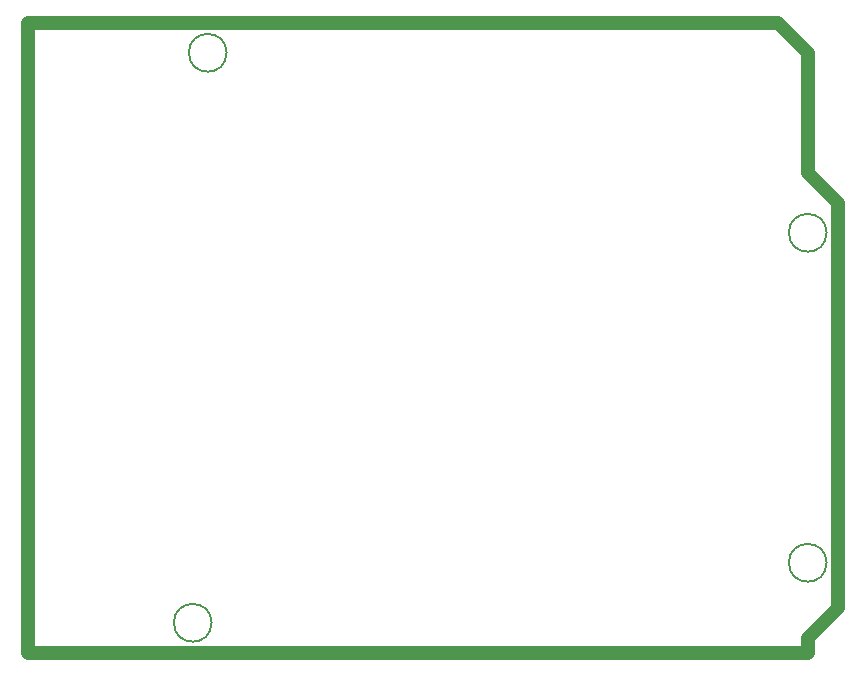
<source format=gm1>
G04*
G04 #@! TF.GenerationSoftware,Altium Limited,Altium Designer,22.5.1 (42)*
G04*
G04 Layer_Color=16711935*
%FSLAX44Y44*%
%MOMM*%
G71*
G04*
G04 #@! TF.SameCoordinates,BAD225BF-FD7B-4A52-9E08-1AD1A92B9E85*
G04*
G04*
G04 #@! TF.FilePolarity,Positive*
G04*
G01*
G75*
%ADD10C,0.1270*%
%ADD28C,1.2000*%
D10*
X168400Y508000D02*
G03*
X168400Y508000I-15999J0D01*
G01*
X676400Y355600D02*
G03*
X676400Y355600I-15999J0D01*
G01*
X155700Y25400D02*
G03*
X155700Y25400I-15999J0D01*
G01*
X676400Y76200D02*
G03*
X676400Y76200I-15999J0D01*
G01*
X635000Y533400D02*
X660400Y508000D01*
Y406400D02*
Y508000D01*
Y12700D02*
X685800Y38100D01*
X0Y0D02*
X660400D01*
X0Y533400D02*
X635000D01*
X660400Y406400D02*
X685800Y381000D01*
Y38100D02*
Y381000D01*
X0Y0D02*
Y533400D01*
X660400Y0D02*
Y12700D01*
D28*
X0Y0D02*
X660400D01*
Y12700D01*
X685800Y38100D01*
Y381000D01*
X660400Y406400D02*
X685800Y381000D01*
X660400Y406400D02*
Y508000D01*
X635000Y533400D02*
X660400Y508000D01*
X0Y533400D02*
X635000D01*
X0Y0D02*
Y533400D01*
M02*

</source>
